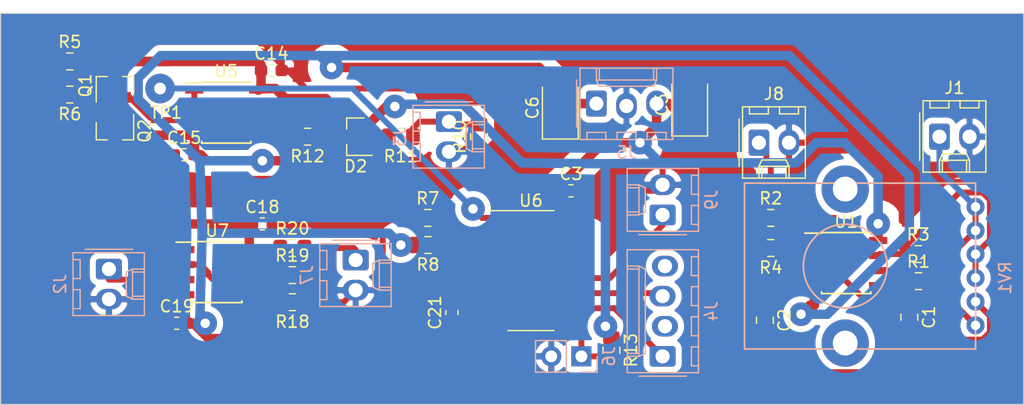
<source format=kicad_pcb>
(kicad_pcb (version 20171130) (host pcbnew "(5.1.5-0-10_14)")
  (layers (0 F.Cu signal) (31 B.Cu signal) (34 B.Paste user) (35 F.Paste user) (36 B.SilkS user) (37 F.SilkS user) (38 B.Mask user) (39 F.Mask user) (44 Edge.Cuts user))
  (net 0 "")
  (net 1 GND)
  (net 2 "Net-(C1-Pad1)")
  (net 3 "Net-(C2-Pad1)")
  (net 4 +5V)
  (net 5 -5V)
  (net 6 /colorburst)
  (net 7 "Net-(D2-Pad3)")
  (net 8 "Net-(J1-Pad1)")
  (net 9 "Net-(J2-Pad1)")
  (net 10 "Net-(J3-Pad1)")
  (net 11 /hsync)
  (net 12 "Net-(J6-Pad1)")
  (net 13 "Net-(Q1-PadB)")
  (net 14 "Net-(Q1-PadE)")
  (net 15 "Net-(R1-Pad1)")
  (net 16 "Net-(R2-Pad2)")
  (net 17 "Net-(R2-Pad1)")
  (net 18 "Net-(R12-Pad2)")
  (net 19 "Net-(R18-Pad2)")
  (net 20 "Net-(R19-Pad1)")
  (net 21 "Net-(U6-Pad14)")
  (net 22 "Net-(U6-Pad4)")
  (net 23 /clipper_out)
  (net 24 /porch)
  (net 25 "Net-(J8-Pad1)")
  (net 26 /synctip)
  (net 27 "Net-(U6-Pad13)")
  (net 28 "Net-(U6-Pad5)")
  (net 29 "Net-(J7-Pad1)")
  (module synkie_footprints:SOT-23_BEC (layer F.Cu) (at 111.4806 92.8784 270)
    (fp_text reference Q2 (at 0 -2.5 90) (layer F.SilkS))
    (fp_text value Trans_PNP_Generic)
    (pad B smd rect (at -1 -0.95 270) (size 0.9 0.8) (layers F.Cu F.Paste F.Mask) (net 1 GND))
    (pad E smd rect (at -1 0.95 270) (size 0.9 0.8) (layers F.Cu F.Paste F.Mask) (net 14 "Net-(Q1-PadE)"))
    (pad C smd rect (at 1 0 270) (size 0.9 0.8) (layers F.Cu F.Paste F.Mask) (net 5 -5V))
  )
  (module synkie_footprints:SOT-23_BEC (layer F.Cu) (at 111.4806 89.0524 90)
    (fp_text reference Q1 (at 0 -2.5 90) (layer F.SilkS))
    (fp_text value Trans_NPN_Generic)
    (pad B smd rect (at -1 -0.95 90) (size 0.9 0.8) (layers F.Cu F.Paste F.Mask) (net 13 "Net-(Q1-PadB)"))
    (pad E smd rect (at -1 0.95 90) (size 0.9 0.8) (layers F.Cu F.Paste F.Mask) (net 14 "Net-(Q1-PadE)"))
    (pad C smd rect (at 1 0 90) (size 0.9 0.8) (layers F.Cu F.Paste F.Mask) (net 4 +5V))
  )
  (module synkie_footprints:SOIC-8_3.9x4.9mm_P1.27mm (layer F.Cu) (at 120.1166 104.8004)
    (fp_text reference U7 (at 0 -3.5) (layer F.SilkS))
    (fp_text value LMH6643)
    (pad 8 smd rect (at 2.7 -1.905) (size 1.55 0.6) (layers F.Cu F.Paste F.Mask) (net 4 +5V))
    (pad 7 smd rect (at 2.7 -0.635) (size 1.55 0.6) (layers F.Cu F.Paste F.Mask) (net 20 "Net-(R19-Pad1)"))
    (pad 6 smd rect (at 2.7 0.635) (size 1.55 0.6) (layers F.Cu F.Paste F.Mask) (net 19 "Net-(R18-Pad2)"))
    (pad 5 smd rect (at 2.7 1.905) (size 1.55 0.6) (layers F.Cu F.Paste F.Mask) (net 22 "Net-(U6-Pad4)"))
    (pad 4 smd rect (at -2.7 1.905) (size 1.55 0.6) (layers F.Cu F.Paste F.Mask) (net 5 -5V))
    (pad 3 smd rect (at -2.7 0.635) (size 1.55 0.6) (layers F.Cu F.Paste F.Mask) (net 9 "Net-(J2-Pad1)"))
    (pad 2 smd rect (at -2.7 -0.635) (size 1.55 0.6) (layers F.Cu F.Paste F.Mask) (net 28 "Net-(U6-Pad5)"))
    (pad 1 smd rect (at -2.7 -1.905) (size 1.55 0.6) (layers F.Cu F.Paste F.Mask) (net 28 "Net-(U6-Pad5)"))
  )
  (module Package_SO:SOIC-16_3.9x9.9mm_P1.27mm (layer F.Cu) (at 146.5976 104.6734)
    (fp_text reference U6 (at 0 -5.9) (layer F.SilkS))
    (fp_text value 4053)
    (pad 16 smd roundrect (at 2.475 -4.445) (size 1.95 0.6) (layers F.Cu F.Paste F.Mask) (net 4 +5V))
    (pad 15 smd roundrect (at 2.475 -3.175) (size 1.95 0.6) (layers F.Cu F.Paste F.Mask) (net 27 "Net-(U6-Pad13)"))
    (pad 14 smd roundrect (at 2.475 -1.905) (size 1.95 0.6) (layers F.Cu F.Paste F.Mask) (net 21 "Net-(U6-Pad14)"))
    (pad 13 smd roundrect (at 2.475 -0.635) (size 1.95 0.6) (layers F.Cu F.Paste F.Mask) (net 27 "Net-(U6-Pad13)"))
    (pad 12 smd roundrect (at 2.475 0.635) (size 1.95 0.6) (layers F.Cu F.Paste F.Mask) (net 6 /colorburst))
    (pad 11 smd roundrect (at 2.475 1.905) (size 1.95 0.6) (layers F.Cu F.Paste F.Mask) (net 24 /porch))
    (pad 10 smd roundrect (at 2.475 3.175) (size 1.95 0.6) (layers F.Cu F.Paste F.Mask) (net 11 /hsync))
    (pad 9 smd roundrect (at 2.475 4.445) (size 1.95 0.6) (layers F.Cu F.Paste F.Mask) (net 12 "Net-(J6-Pad1)"))
    (pad 8 smd roundrect (at -2.475 4.445) (size 1.95 0.6) (layers F.Cu F.Paste F.Mask) (net 1 GND))
    (pad 7 smd roundrect (at -2.475 3.175) (size 1.95 0.6) (layers F.Cu F.Paste F.Mask) (net 5 -5V))
    (pad 6 smd roundrect (at -2.475 1.905) (size 1.95 0.6) (layers F.Cu F.Paste F.Mask) (net 1 GND))
    (pad 5 smd roundrect (at -2.475 0.635) (size 1.95 0.6) (layers F.Cu F.Paste F.Mask) (net 28 "Net-(U6-Pad5)"))
    (pad 4 smd roundrect (at -2.475 -0.635) (size 1.95 0.6) (layers F.Cu F.Paste F.Mask) (net 22 "Net-(U6-Pad4)"))
    (pad 3 smd roundrect (at -2.475 -1.905) (size 1.95 0.6) (layers F.Cu F.Paste F.Mask) (net 21 "Net-(U6-Pad14)"))
    (pad 2 smd roundrect (at -2.475 -3.175) (size 1.95 0.6) (layers F.Cu F.Paste F.Mask) (net 26 /synctip))
    (pad 1 smd roundrect (at -2.475 -4.445) (size 1.95 0.6) (layers F.Cu F.Paste F.Mask) (net 23 /clipper_out))
  )
  (module synkie_footprints:SOIC-8_3.9x4.9mm_P1.27mm (layer F.Cu) (at 120.8786 91.3384)
    (fp_text reference U5 (at 0 -3.5) (layer F.SilkS))
    (fp_text value LMH6643)
    (pad 8 smd rect (at 2.7 -1.905) (size 1.55 0.6) (layers F.Cu F.Paste F.Mask) (net 4 +5V))
    (pad 7 smd rect (at 2.7 -0.635) (size 1.55 0.6) (layers F.Cu F.Paste F.Mask) (net 14 "Net-(Q1-PadE)"))
    (pad 6 smd rect (at 2.7 0.635) (size 1.55 0.6) (layers F.Cu F.Paste F.Mask) (net 14 "Net-(Q1-PadE)"))
    (pad 5 smd rect (at 2.7 1.905) (size 1.55 0.6) (layers F.Cu F.Paste F.Mask) (net 18 "Net-(R12-Pad2)"))
    (pad 4 smd rect (at -2.7 1.905) (size 1.55 0.6) (layers F.Cu F.Paste F.Mask) (net 5 -5V))
    (pad 3 smd rect (at -2.7 0.635) (size 1.55 0.6) (layers F.Cu F.Paste F.Mask) (net 14 "Net-(Q1-PadE)"))
    (pad 2 smd rect (at -2.7 -0.635) (size 1.55 0.6) (layers F.Cu F.Paste F.Mask) (net 23 /clipper_out))
    (pad 1 smd rect (at -2.7 -1.905) (size 1.55 0.6) (layers F.Cu F.Paste F.Mask) (net 23 /clipper_out))
  )
  (module synkie_footprints:SOIC-8_3.9x4.9mm_P1.27mm (layer F.Cu) (at 173.2026 104.0384)
    (fp_text reference U1 (at 0 -3.5) (layer F.SilkS))
    (fp_text value LMH6643)
    (pad 8 smd rect (at 2.7 -1.905) (size 1.55 0.6) (layers F.Cu F.Paste F.Mask) (net 4 +5V))
    (pad 7 smd rect (at 2.7 -0.635) (size 1.55 0.6) (layers F.Cu F.Paste F.Mask) (net 16 "Net-(R2-Pad2)"))
    (pad 6 smd rect (at 2.7 0.635) (size 1.55 0.6) (layers F.Cu F.Paste F.Mask) (net 15 "Net-(R1-Pad1)"))
    (pad 5 smd rect (at 2.7 1.905) (size 1.55 0.6) (layers F.Cu F.Paste F.Mask) (net 2 "Net-(C1-Pad1)"))
    (pad 4 smd rect (at -2.7 1.905) (size 1.55 0.6) (layers F.Cu F.Paste F.Mask) (net 5 -5V))
    (pad 3 smd rect (at -2.7 0.635) (size 1.55 0.6) (layers F.Cu F.Paste F.Mask) (net 3 "Net-(C2-Pad1)"))
    (pad 2 smd rect (at -2.7 -0.635) (size 1.55 0.6) (layers F.Cu F.Paste F.Mask) (net 17 "Net-(R2-Pad1)"))
    (pad 1 smd rect (at -2.7 -1.905) (size 1.55 0.6) (layers F.Cu F.Paste F.Mask) (net 25 "Net-(J8-Pad1)"))
  )
  (module synkie_footprints:Solderpad_1mm (layer F.Cu) (at 115.7986 89.5604)
    (fp_text reference TP1 (at 0 1.778) (layer F.SilkS))
    (fp_text value TestPoint)
    (pad 1 thru_hole circle (at -0.508 -0.254) (size 2.5 2.5) (drill 1) (layers *.Cu *.Mask) (net 23 /clipper_out))
  )
  (module synkie_footprints:RK12L123 (layer B.Cu) (at 184.1246 104.2924 270)
    (fp_text reference RV1 (at 1 -2.5 90) (layer B.SilkS) (effects (justify mirror)))
    (fp_text value R_POT_Dual)
    (pad 9 thru_hole circle (at -6.5 11 270) (size 4 4) (drill 2.1) (layers *.Cu *.Mask))
    (pad 7 thru_hole circle (at 6.5 11 270) (size 4 4) (drill 2.1) (layers *.Cu *.Mask))
    (pad 6 thru_hole circle (at 3 0 270) (size 1.524 1.524) (drill 0.8) (layers *.Cu *.Mask) (net 3 "Net-(C2-Pad1)"))
    (pad 5 thru_hole circle (at 1 0 270) (size 1.524 1.524) (drill 0.8) (layers *.Cu *.Mask) (net 16 "Net-(R2-Pad2)"))
    (pad 4 thru_hole circle (at -1 0 270) (size 1.524 1.524) (drill 0.8) (layers *.Cu *.Mask) (net 16 "Net-(R2-Pad2)"))
    (pad 3 thru_hole circle (at 5 0 270) (size 1.524 1.524) (drill 0.8) (layers *.Cu *.Mask) (net 2 "Net-(C1-Pad1)"))
    (pad 2 thru_hole circle (at -5 0 270) (size 1.524 1.524) (drill 0.8) (layers *.Cu *.Mask) (net 8 "Net-(J1-Pad1)"))
    (pad 1 thru_hole circle (at -3 0 270) (size 1.524 1.524) (drill 0.8) (layers *.Cu *.Mask) (net 8 "Net-(J1-Pad1)"))
  )
  (module synkie_footprints:R_0805_2012Metric_Pad1.15x1.40mm_HandSolder (layer F.Cu) (at 126.4576 102.7684)
    (fp_text reference R20 (at 0 -1.65) (layer F.SilkS))
    (fp_text value 75)
    (pad 2 smd roundrect (at 1.025 0) (size 1.15 1.4) (layers F.Cu F.Paste F.Mask) (roundrect_rratio 0.217391) (net 29 "Net-(J7-Pad1)"))
    (pad 1 smd roundrect (at -1.025 0) (size 1.15 1.4) (layers F.Cu F.Paste F.Mask) (roundrect_rratio 0.217391) (net 20 "Net-(R19-Pad1)"))
  )
  (module synkie_footprints:R_0805_2012Metric_Pad1.15x1.40mm_HandSolder (layer F.Cu) (at 126.4576 105.0544)
    (fp_text reference R19 (at 0 -1.65) (layer F.SilkS))
    (fp_text value 220)
    (pad 2 smd roundrect (at 1.025 0) (size 1.15 1.4) (layers F.Cu F.Paste F.Mask) (roundrect_rratio 0.217391) (net 19 "Net-(R18-Pad2)"))
    (pad 1 smd roundrect (at -1.025 0) (size 1.15 1.4) (layers F.Cu F.Paste F.Mask) (roundrect_rratio 0.217391) (net 20 "Net-(R19-Pad1)"))
  )
  (module synkie_footprints:R_0805_2012Metric_Pad1.15x1.40mm_HandSolder (layer F.Cu) (at 126.4666 107.3404 180)
    (fp_text reference R18 (at 0 -1.65) (layer F.SilkS))
    (fp_text value 220)
    (pad 2 smd roundrect (at 1.025 0 180) (size 1.15 1.4) (layers F.Cu F.Paste F.Mask) (roundrect_rratio 0.217391) (net 19 "Net-(R18-Pad2)"))
    (pad 1 smd roundrect (at -1.025 0 180) (size 1.15 1.4) (layers F.Cu F.Paste F.Mask) (roundrect_rratio 0.217391) (net 1 GND))
  )
  (module synkie_footprints:R_0805_2012Metric_Pad1.15x1.40mm_HandSolder (layer F.Cu) (at 153.3906 111.3954 270)
    (fp_text reference R13 (at 0 -1.65 90) (layer F.SilkS))
    (fp_text value 4k7)
    (pad 2 smd roundrect (at 1.025 0 270) (size 1.15 1.4) (layers F.Cu F.Paste F.Mask) (roundrect_rratio 0.217391) (net 12 "Net-(J6-Pad1)"))
    (pad 1 smd roundrect (at -1.025 0 270) (size 1.15 1.4) (layers F.Cu F.Paste F.Mask) (roundrect_rratio 0.217391) (net 4 +5V))
  )
  (module synkie_footprints:R_0805_2012Metric_Pad1.15x1.40mm_HandSolder (layer F.Cu) (at 127.7366 93.3704 180)
    (fp_text reference R12 (at 0 -1.65) (layer F.SilkS))
    (fp_text value 75)
    (pad 2 smd roundrect (at 1.025 0 180) (size 1.15 1.4) (layers F.Cu F.Paste F.Mask) (roundrect_rratio 0.217391) (net 18 "Net-(R12-Pad2)"))
    (pad 1 smd roundrect (at -1.025 0 180) (size 1.15 1.4) (layers F.Cu F.Paste F.Mask) (roundrect_rratio 0.217391) (net 7 "Net-(D2-Pad3)"))
  )
  (module synkie_footprints:R_0805_2012Metric_Pad1.15x1.40mm_HandSolder (layer F.Cu) (at 135.6106 93.3704 180)
    (fp_text reference R11 (at 0 -1.65) (layer F.SilkS))
    (fp_text value 75)
    (pad 2 smd roundrect (at 1.025 0 180) (size 1.15 1.4) (layers F.Cu F.Paste F.Mask) (roundrect_rratio 0.217391) (net 7 "Net-(D2-Pad3)"))
    (pad 1 smd roundrect (at -1.025 0 180) (size 1.15 1.4) (layers F.Cu F.Paste F.Mask) (roundrect_rratio 0.217391) (net 10 "Net-(J3-Pad1)"))
  )
  (module synkie_footprints:R_0805_2012Metric_Pad1.15x1.40mm_HandSolder (layer F.Cu) (at 142.2146 93.3704 90)
    (fp_text reference R10 (at 0 -1.65 90) (layer F.SilkS))
    (fp_text value 47k)
    (pad 2 smd roundrect (at 1.025 0 90) (size 1.15 1.4) (layers F.Cu F.Paste F.Mask) (roundrect_rratio 0.217391) (net 10 "Net-(J3-Pad1)"))
    (pad 1 smd roundrect (at -1.025 0 90) (size 1.15 1.4) (layers F.Cu F.Paste F.Mask) (roundrect_rratio 0.217391) (net 1 GND))
  )
  (module synkie_footprints:R_0805_2012Metric_Pad1.15x1.40mm_HandSolder (layer F.Cu) (at 137.9056 102.5144 180)
    (fp_text reference R8 (at 0 -1.65) (layer F.SilkS))
    (fp_text value 4k7)
    (pad 2 smd roundrect (at 1.025 0 180) (size 1.15 1.4) (layers F.Cu F.Paste F.Mask) (roundrect_rratio 0.217391) (net 5 -5V))
    (pad 1 smd roundrect (at -1.025 0 180) (size 1.15 1.4) (layers F.Cu F.Paste F.Mask) (roundrect_rratio 0.217391) (net 26 /synctip))
  )
  (module synkie_footprints:R_0805_2012Metric_Pad1.15x1.40mm_HandSolder (layer F.Cu) (at 137.8876 100.2284)
    (fp_text reference R7 (at 0 -1.65) (layer F.SilkS))
    (fp_text value 300)
    (pad 2 smd roundrect (at 1.025 0) (size 1.15 1.4) (layers F.Cu F.Paste F.Mask) (roundrect_rratio 0.217391) (net 26 /synctip))
    (pad 1 smd roundrect (at -1.025 0) (size 1.15 1.4) (layers F.Cu F.Paste F.Mask) (roundrect_rratio 0.217391) (net 1 GND))
  )
  (module synkie_footprints:R_0805_2012Metric_Pad1.15x1.40mm_HandSolder (layer F.Cu) (at 107.6706 89.8144 180)
    (fp_text reference R6 (at 0 -1.65) (layer F.SilkS))
    (fp_text value 150)
    (pad 2 smd roundrect (at 1.025 0 180) (size 1.15 1.4) (layers F.Cu F.Paste F.Mask) (roundrect_rratio 0.217391) (net 1 GND))
    (pad 1 smd roundrect (at -1.025 0 180) (size 1.15 1.4) (layers F.Cu F.Paste F.Mask) (roundrect_rratio 0.217391) (net 13 "Net-(Q1-PadB)"))
  )
  (module synkie_footprints:R_0805_2012Metric_Pad1.15x1.40mm_HandSolder (layer F.Cu) (at 107.6706 87.0204)
    (fp_text reference R5 (at 0 -1.65) (layer F.SilkS))
    (fp_text value 1k)
    (pad 2 smd roundrect (at 1.025 0) (size 1.15 1.4) (layers F.Cu F.Paste F.Mask) (roundrect_rratio 0.217391) (net 13 "Net-(Q1-PadB)"))
    (pad 1 smd roundrect (at -1.025 0) (size 1.15 1.4) (layers F.Cu F.Paste F.Mask) (roundrect_rratio 0.217391) (net 4 +5V))
  )
  (module synkie_footprints:R_0805_2012Metric_Pad1.15x1.40mm_HandSolder (layer F.Cu) (at 166.8436 102.7684 180)
    (fp_text reference R4 (at 0 -1.65) (layer F.SilkS))
    (fp_text value 220)
    (pad 2 smd roundrect (at 1.025 0 180) (size 1.15 1.4) (layers F.Cu F.Paste F.Mask) (roundrect_rratio 0.217391) (net 17 "Net-(R2-Pad1)"))
    (pad 1 smd roundrect (at -1.025 0 180) (size 1.15 1.4) (layers F.Cu F.Paste F.Mask) (roundrect_rratio 0.217391) (net 25 "Net-(J8-Pad1)"))
  )
  (module synkie_footprints:R_0805_2012Metric_Pad1.15x1.40mm_HandSolder (layer F.Cu) (at 179.2896 103.2764)
    (fp_text reference R3 (at 0 -1.65) (layer F.SilkS))
    (fp_text value 220)
    (pad 2 smd roundrect (at 1.025 0) (size 1.15 1.4) (layers F.Cu F.Paste F.Mask) (roundrect_rratio 0.217391) (net 15 "Net-(R1-Pad1)"))
    (pad 1 smd roundrect (at -1.025 0) (size 1.15 1.4) (layers F.Cu F.Paste F.Mask) (roundrect_rratio 0.217391) (net 16 "Net-(R2-Pad2)"))
  )
  (module synkie_footprints:R_0805_2012Metric_Pad1.15x1.40mm_HandSolder (layer F.Cu) (at 166.8436 100.2284)
    (fp_text reference R2 (at 0 -1.65) (layer F.SilkS))
    (fp_text value 220)
    (pad 2 smd roundrect (at 1.025 0) (size 1.15 1.4) (layers F.Cu F.Paste F.Mask) (roundrect_rratio 0.217391) (net 16 "Net-(R2-Pad2)"))
    (pad 1 smd roundrect (at -1.025 0) (size 1.15 1.4) (layers F.Cu F.Paste F.Mask) (roundrect_rratio 0.217391) (net 17 "Net-(R2-Pad1)"))
  )
  (module synkie_footprints:R_0805_2012Metric_Pad1.15x1.40mm_HandSolder (layer F.Cu) (at 179.3076 105.5624)
    (fp_text reference R1 (at 0 -1.65) (layer F.SilkS))
    (fp_text value 220)
    (pad 2 smd roundrect (at 1.025 0) (size 1.15 1.4) (layers F.Cu F.Paste F.Mask) (roundrect_rratio 0.217391) (net 8 "Net-(J1-Pad1)"))
    (pad 1 smd roundrect (at -1.025 0) (size 1.15 1.4) (layers F.Cu F.Paste F.Mask) (roundrect_rratio 0.217391) (net 15 "Net-(R1-Pad1)"))
  )
  (module synkie_footprints:Molex_KK-254_AE-6410-02A_1x02_P2.54mm_Vertical (layer B.Cu) (at 157.7086 99.9744 90)
    (fp_text reference J9 (at 1.27 4.12 90) (layer B.SilkS) (effects (justify mirror)))
    (fp_text value Colorburst)
    (pad 2 thru_hole oval (at 2.54 0 90) (size 1.74 2.2) (drill 1.2) (layers *.Cu *.Mask) (net 1 GND))
    (pad 1 thru_hole roundrect (at 0 0 90) (size 1.74 2.2) (drill 1.2) (layers *.Cu *.Mask) (roundrect_rratio 0.143678) (net 6 /colorburst))
  )
  (module synkie_footprints:Molex_KK-254_AE-6410-02A_1x02_P2.54mm_Vertical (layer F.Cu) (at 165.8366 93.8784)
    (fp_text reference J8 (at 1.27 -4.12) (layer F.SilkS))
    (fp_text value BURST_DELAYED)
    (pad 2 thru_hole oval (at 2.54 0) (size 1.74 2.2) (drill 1.2) (layers *.Cu *.Mask) (net 1 GND))
    (pad 1 thru_hole roundrect (at 0 0) (size 1.74 2.2) (drill 1.2) (layers *.Cu *.Mask) (roundrect_rratio 0.143678) (net 25 "Net-(J8-Pad1)"))
  )
  (module synkie_footprints:Molex_KK-254_AE-6410-02A_1x02_P2.54mm_Vertical (layer B.Cu) (at 131.8006 103.7844 270)
    (fp_text reference J7 (at 1.27 4.12 90) (layer B.SilkS) (effects (justify mirror)))
    (fp_text value VIDEO_OUT)
    (pad 2 thru_hole oval (at 2.54 0 270) (size 1.74 2.2) (drill 1.2) (layers *.Cu *.Mask) (net 1 GND))
    (pad 1 thru_hole roundrect (at 0 0 270) (size 1.74 2.2) (drill 1.2) (layers *.Cu *.Mask) (roundrect_rratio 0.143678) (net 29 "Net-(J7-Pad1)"))
  )
  (module synkie_footprints:PinHeader_1x02_P2.54mm_Vertical (layer B.Cu) (at 150.8506 111.9124 90)
    (fp_text reference J6 (at 0 2.33 90) (layer B.SilkS) (effects (justify mirror)))
    (fp_text value Switch)
    (pad 2 thru_hole oval (at 0 -2.54 90) (size 1.7 1.7) (drill 1) (layers *.Cu *.Mask) (net 1 GND))
    (pad 1 thru_hole rect (at 0 0 90) (size 1.7 1.7) (drill 1) (layers *.Cu *.Mask) (net 12 "Net-(J6-Pad1)"))
  )
  (module synkie_footprints:Molex_KK-254_AE-6410-03A_1x03_P2.54mm_Vertical (layer B.Cu) (at 152.1206 90.5764)
    (fp_text reference J5 (at 2.54 4.12) (layer B.SilkS) (effects (justify mirror)))
    (fp_text value Conn_01x03)
    (pad 3 thru_hole oval (at 5.08 0) (size 1.74 2.2) (drill 1.2) (layers *.Cu *.Mask) (net 4 +5V))
    (pad 2 thru_hole oval (at 2.54 0.2) (size 1.74 2.2) (drill 1.2) (layers *.Cu *.Mask) (net 1 GND))
    (pad 1 thru_hole roundrect (at 0 0) (size 1.74 2.2) (drill 1.2) (layers *.Cu *.Mask) (roundrect_rratio 0.143678) (net 5 -5V))
  )
  (module synkie_footprints:Molex_KK-254_AE-6410-04A_1x04_P2.54mm_Vertical (layer B.Cu) (at 157.7086 111.9124 90)
    (fp_text reference J4 (at 3.81 4.12 90) (layer B.SilkS) (effects (justify mirror)))
    (fp_text value Conn_01x04)
    (pad 1 thru_hole roundrect (at 0 0 90) (size 1.74 2.2) (drill 1.2) (layers *.Cu *.Mask) (roundrect_rratio 0.143678) (net 11 /hsync))
    (pad 2 thru_hole oval (at 2.54 0.2 90) (size 1.74 2.2) (drill 1.2) (layers *.Cu *.Mask))
    (pad 3 thru_hole oval (at 5.08 0 90) (size 1.74 2.2) (drill 1.2) (layers *.Cu *.Mask) (net 24 /porch))
    (pad 4 thru_hole oval (at 7.62 0.2 90) (size 1.74 2.2) (drill 1.2) (layers *.Cu *.Mask))
  )
  (module synkie_footprints:Molex_KK-254_AE-6410-02A_1x02_P2.54mm_Vertical (layer B.Cu) (at 139.6746 92.1004 270)
    (fp_text reference J3 (at 1.27 4.12 90) (layer B.SilkS) (effects (justify mirror)))
    (fp_text value SIFF_IN)
    (pad 2 thru_hole oval (at 2.54 0 270) (size 1.74 2.2) (drill 1.2) (layers *.Cu *.Mask) (net 1 GND))
    (pad 1 thru_hole roundrect (at 0 0 270) (size 1.74 2.2) (drill 1.2) (layers *.Cu *.Mask) (roundrect_rratio 0.143678) (net 10 "Net-(J3-Pad1)"))
  )
  (module synkie_footprints:Molex_KK-254_AE-6410-02A_1x02_P2.54mm_Vertical (layer B.Cu) (at 110.9726 104.5464 270)
    (fp_text reference J2 (at 1.27 4.12 90) (layer B.SilkS) (effects (justify mirror)))
    (fp_text value GENLOCK)
    (pad 2 thru_hole oval (at 2.54 0 270) (size 1.74 2.2) (drill 1.2) (layers *.Cu *.Mask) (net 1 GND))
    (pad 1 thru_hole roundrect (at 0 0 270) (size 1.74 2.2) (drill 1.2) (layers *.Cu *.Mask) (roundrect_rratio 0.143678) (net 9 "Net-(J2-Pad1)"))
  )
  (module synkie_footprints:Molex_KK-254_AE-6410-02A_1x02_P2.54mm_Vertical (layer F.Cu) (at 181.0766 93.3704)
    (fp_text reference J1 (at 1.27 -4.12) (layer F.SilkS))
    (fp_text value BURST_IN)
    (pad 2 thru_hole oval (at 2.54 0) (size 1.74 2.2) (drill 1.2) (layers *.Cu *.Mask) (net 1 GND))
    (pad 1 thru_hole roundrect (at 0 0) (size 1.74 2.2) (drill 1.2) (layers *.Cu *.Mask) (roundrect_rratio 0.143678) (net 8 "Net-(J1-Pad1)"))
  )
  (module Package_TO_SOT_SMD:SOT-23 (layer F.Cu) (at 131.8006 93.3704 180)
    (fp_text reference D2 (at 0 -2.5) (layer F.SilkS))
    (fp_text value BAT54S)
    (pad 3 smd rect (at 1 0 180) (size 0.9 0.8) (layers F.Cu F.Paste F.Mask) (net 7 "Net-(D2-Pad3)"))
    (pad 2 smd rect (at -1 0.95 180) (size 0.9 0.8) (layers F.Cu F.Paste F.Mask) (net 4 +5V))
    (pad 1 smd rect (at -1 -0.95 180) (size 0.9 0.8) (layers F.Cu F.Paste F.Mask) (net 5 -5V))
  )
  (module synkie_footprints:C_0603_1608Metric_Pad1.05x0.95mm_HandSolder (layer F.Cu) (at 139.9286 108.2154 90)
    (fp_text reference C21 (at 0 -1.43 90) (layer F.SilkS))
    (fp_text value 100n)
    (pad 2 smd roundrect (at 0.875 0 90) (size 1.05 0.95) (layers F.Cu F.Paste F.Mask) (net 5 -5V))
    (pad 1 smd roundrect (at -0.875 0 90) (size 1.05 0.95) (layers F.Cu F.Paste F.Mask) (net 1 GND))
  )
  (module synkie_footprints:C_0603_1608Metric_Pad1.05x0.95mm_HandSolder (layer F.Cu) (at 116.7016 109.1184)
    (fp_text reference C19 (at 0 -1.43) (layer F.SilkS))
    (fp_text value 100n)
    (pad 2 smd roundrect (at 0.875 0) (size 1.05 0.95) (layers F.Cu F.Paste F.Mask) (net 5 -5V))
    (pad 1 smd roundrect (at -0.875 0) (size 1.05 0.95) (layers F.Cu F.Paste F.Mask) (net 1 GND))
  )
  (module synkie_footprints:C_0603_1608Metric_Pad1.05x0.95mm_HandSolder (layer F.Cu) (at 123.9266 100.7364)
    (fp_text reference C18 (at 0 -1.43) (layer F.SilkS))
    (fp_text value 100n)
    (pad 2 smd roundrect (at 0.875 0) (size 1.05 0.95) (layers F.Cu F.Paste F.Mask) (net 1 GND))
    (pad 1 smd roundrect (at -0.875 0) (size 1.05 0.95) (layers F.Cu F.Paste F.Mask) (net 4 +5V))
  )
  (module synkie_footprints:C_0603_1608Metric_Pad1.05x0.95mm_HandSolder (layer F.Cu) (at 117.3226 94.8944)
    (fp_text reference C15 (at 0 -1.43) (layer F.SilkS))
    (fp_text value 100n)
    (pad 2 smd roundrect (at 0.875 0) (size 1.05 0.95) (layers F.Cu F.Paste F.Mask) (net 5 -5V))
    (pad 1 smd roundrect (at -0.875 0) (size 1.05 0.95) (layers F.Cu F.Paste F.Mask) (net 1 GND))
  )
  (module synkie_footprints:C_0603_1608Metric_Pad1.05x0.95mm_HandSolder (layer F.Cu) (at 124.6886 87.7824)
    (fp_text reference C14 (at 0 -1.43) (layer F.SilkS))
    (fp_text value 100n)
    (pad 2 smd roundrect (at 0.875 0) (size 1.05 0.95) (layers F.Cu F.Paste F.Mask) (net 1 GND))
    (pad 1 smd roundrect (at -0.875 0) (size 1.05 0.95) (layers F.Cu F.Paste F.Mask) (net 4 +5V))
  )
  (module synkie_footprints:CP_EIA-3528-21_Kemet-B_Pad1.50x2.35mm_HandSolder (layer F.Cu) (at 149.0726 90.9314 90)
    (fp_text reference C6 (at 0 -2.35 90) (layer F.SilkS))
    (fp_text value 10u)
    (pad 2 smd roundrect (at 1.625 0 90) (size 1.5 2.35) (layers F.Cu F.Paste F.Mask) (roundrect_rratio 0.166667) (net 5 -5V))
    (pad 1 smd roundrect (at -1.625 0 90) (size 1.5 2.35) (layers F.Cu F.Paste F.Mask) (roundrect_rratio 0.166667) (net 1 GND))
  )
  (module synkie_footprints:CP_EIA-3528-21_Kemet-B_Pad1.50x2.35mm_HandSolder (layer F.Cu) (at 159.9946 90.6774 90)
    (fp_text reference C5 (at 0 -2.35 90) (layer F.SilkS))
    (fp_text value 10u)
    (pad 2 smd roundrect (at 1.625 0 90) (size 1.5 2.35) (layers F.Cu F.Paste F.Mask) (roundrect_rratio 0.166667) (net 1 GND))
    (pad 1 smd roundrect (at -1.625 0 90) (size 1.5 2.35) (layers F.Cu F.Paste F.Mask) (roundrect_rratio 0.166667) (net 4 +5V))
  )
  (module synkie_footprints:C_0603_1608Metric_Pad1.05x0.95mm_HandSolder (layer F.Cu) (at 149.9756 97.9424)
    (fp_text reference C3 (at 0 -1.43) (layer F.SilkS))
    (fp_text value 100n)
    (pad 2 smd roundrect (at 0.875 0) (size 1.05 0.95) (layers F.Cu F.Paste F.Mask) (net 1 GND))
    (pad 1 smd roundrect (at -0.875 0) (size 1.05 0.95) (layers F.Cu F.Paste F.Mask) (net 4 +5V))
  )
  (module synkie_footprints:C_0805_2012Metric_Pad1.15x1.40mm_HandSolder (layer F.Cu) (at 166.3446 108.8644 270)
    (fp_text reference C2 (at 0 -1.65 90) (layer F.SilkS))
    (fp_text value 10p)
    (pad 2 smd roundrect (at 1.025 0 270) (size 1.15 1.4) (layers F.Cu F.Paste F.Mask) (roundrect_rratio 0.217391) (net 1 GND))
    (pad 1 smd roundrect (at -1.025 0 270) (size 1.15 1.4) (layers F.Cu F.Paste F.Mask) (roundrect_rratio 0.217391) (net 3 "Net-(C2-Pad1)"))
  )
  (module synkie_footprints:C_0805_2012Metric_Pad1.15x1.40mm_HandSolder (layer F.Cu) (at 178.5366 108.6104 270)
    (fp_text reference C1 (at 0 -1.65 90) (layer F.SilkS))
    (fp_text value 10p)
    (pad 2 smd roundrect (at 1.025 0 270) (size 1.15 1.4) (layers F.Cu F.Paste F.Mask) (roundrect_rratio 0.217391) (net 1 GND))
    (pad 1 smd roundrect (at -1.025 0 270) (size 1.15 1.4) (layers F.Cu F.Paste F.Mask) (roundrect_rratio 0.217391) (net 2 "Net-(C1-Pad1)"))
  )
  (gr_line (start 188.1886 82.9564) (end 188.1886 115.9764) (layer Edge.Cuts) (width 0.1))
  (gr_line (start 101.8286 82.9564) (end 188.1886 82.9564) (layer Edge.Cuts) (width 0.1))
  (gr_line (start 101.8286 115.9764) (end 101.8286 82.9564) (layer Edge.Cuts) (width 0.1))
  (gr_line (start 188.1886 115.9764) (end 101.8286 115.9764) (layer Edge.Cuts) (width 0.1))
  (segment (start 111.310599 92.778401) (end 112.2106 91.8784) (width 0.5) (layer F.Cu) (net 1))
  (segment (start 112.2106 91.8784) (end 112.4306 91.8784) (width 0.5) (layer F.Cu) (net 1))
  (segment (start 106.6456 90.5674) (end 108.856601 92.778401) (width 0.5) (layer F.Cu) (net 1))
  (segment (start 106.6456 89.8144) (end 106.6456 90.5674) (width 0.5) (layer F.Cu) (net 1))
  (segment (start 116.4476 94.8944) (end 109.4486 94.8944) (width 0.5) (layer F.Cu) (net 1))
  (segment (start 109.4486 94.8944) (end 109.4486 92.8624) (width 0.5) (layer F.Cu) (net 1))
  (segment (start 109.4486 92.8624) (end 111.310599 92.778401) (width 0.5) (layer F.Cu) (net 1))
  (segment (start 108.856601 92.778401) (end 109.4486 92.8624) (width 0.5) (layer F.Cu) (net 1))
  (segment (start 139.9196 94.3954) (end 139.6746 94.6404) (width 0.5) (layer F.Cu) (net 1))
  (segment (start 142.2146 94.3954) (end 139.9196 94.3954) (width 0.5) (layer F.Cu) (net 1))
  (segment (start 138.7586 96.9264) (end 139.6746 96.0104) (width 0.5) (layer F.Cu) (net 1))
  (segment (start 116.4476 95.3694) (end 118.0046 96.9264) (width 0.5) (layer F.Cu) (net 1))
  (segment (start 139.6746 96.0104) (end 139.6746 94.6404) (width 0.5) (layer F.Cu) (net 1))
  (segment (start 116.4476 94.8944) (end 116.4476 95.3694) (width 0.5) (layer F.Cu) (net 1))
  (segment (start 166.3446 109.8894) (end 166.3446 111.6584) (width 0.5) (layer F.Cu) (net 1))
  (segment (start 167.928601 113.242401) (end 178.222599 113.242401) (width 0.5) (layer F.Cu) (net 1))
  (segment (start 166.3446 111.6584) (end 167.928601 113.242401) (width 0.5) (layer F.Cu) (net 1))
  (segment (start 178.5366 112.9284) (end 178.5366 109.6354) (width 0.5) (layer F.Cu) (net 1))
  (segment (start 178.222599 113.242401) (end 178.5366 112.9284) (width 0.5) (layer F.Cu) (net 1))
  (segment (start 177.8876 98.929398) (end 179.636598 97.1804) (width 0.5) (layer F.Cu) (net 1))
  (segment (start 177.8876 100.4824) (end 177.8876 98.929398) (width 0.5) (layer F.Cu) (net 1))
  (segment (start 182.958324 113.242401) (end 178.222599 113.242401) (width 0.5) (layer F.Cu) (net 1))
  (segment (start 186.036611 110.164114) (end 182.958324 113.242401) (width 0.5) (layer F.Cu) (net 1))
  (segment (start 186.036611 98.420686) (end 186.036611 110.164114) (width 0.5) (layer F.Cu) (net 1))
  (segment (start 184.796324 97.1804) (end 186.036611 98.420686) (width 0.5) (layer F.Cu) (net 1))
  (segment (start 176.334598 93.8784) (end 179.636598 97.1804) (width 0.5) (layer F.Cu) (net 1))
  (segment (start 168.3766 93.8784) (end 176.334598 93.8784) (width 0.5) (layer F.Cu) (net 1))
  (segment (start 183.6166 93.3704) (end 183.6166 94.9704) (width 0.5) (layer F.Cu) (net 1))
  (segment (start 183.6166 97.1804) (end 184.796324 97.1804) (width 0.5) (layer F.Cu) (net 1))
  (segment (start 183.6166 94.9704) (end 183.6166 97.1804) (width 0.5) (layer F.Cu) (net 1))
  (segment (start 179.636598 97.1804) (end 183.6166 97.1804) (width 0.5) (layer F.Cu) (net 1))
  (segment (start 130.7846 107.3404) (end 131.8006 106.3244) (width 0.5) (layer F.Cu) (net 1))
  (segment (start 127.4916 107.3404) (end 130.7846 107.3404) (width 0.5) (layer F.Cu) (net 1))
  (segment (start 124.8016 100.7364) (end 133.3246 100.7364) (width 0.5) (layer F.Cu) (net 1))
  (segment (start 134.0866 105.6384) (end 133.4006 106.3244) (width 0.5) (layer F.Cu) (net 1))
  (segment (start 133.4006 106.3244) (end 131.8006 106.3244) (width 0.5) (layer F.Cu) (net 1))
  (segment (start 134.0866 101.4984) (end 134.0866 105.6384) (width 0.5) (layer F.Cu) (net 1))
  (segment (start 115.3016 109.1184) (end 115.8266 109.1184) (width 0.5) (layer F.Cu) (net 1))
  (segment (start 111.6346 109.1184) (end 115.3016 109.1184) (width 0.5) (layer F.Cu) (net 1))
  (segment (start 110.9726 108.4564) (end 111.6346 109.1184) (width 0.5) (layer F.Cu) (net 1))
  (segment (start 110.9726 107.0864) (end 110.9726 108.4564) (width 0.5) (layer F.Cu) (net 1))
  (segment (start 134.0866 100.2284) (end 133.3246 100.9904) (width 0.5) (layer F.Cu) (net 1))
  (segment (start 136.8626 100.2284) (end 134.0866 100.2284) (width 0.5) (layer F.Cu) (net 1))
  (segment (start 133.3246 100.9904) (end 134.0866 101.4984) (width 0.5) (layer F.Cu) (net 1))
  (segment (start 133.3246 100.7364) (end 133.3246 100.9904) (width 0.5) (layer F.Cu) (net 1))
  (segment (start 144.1226 106.5784) (end 146.2786 106.5784) (width 0.5) (layer F.Cu) (net 1))
  (segment (start 146.2786 106.5784) (end 146.2786 108.8644) (width 0.5) (layer F.Cu) (net 1))
  (segment (start 146.0246 109.1184) (end 144.1226 109.1184) (width 0.5) (layer F.Cu) (net 1))
  (segment (start 146.2786 108.8644) (end 146.0246 109.1184) (width 0.5) (layer F.Cu) (net 1))
  (segment (start 144.0946 109.0904) (end 144.1226 109.1184) (width 0.5) (layer F.Cu) (net 1))
  (segment (start 139.9286 109.0904) (end 144.0946 109.0904) (width 0.5) (layer F.Cu) (net 1))
  (segment (start 146.9166 111.9124) (end 144.1226 109.1184) (width 0.5) (layer F.Cu) (net 1))
  (segment (start 148.3106 111.9124) (end 146.9166 111.9124) (width 0.5) (layer F.Cu) (net 1))
  (segment (start 142.9146 94.3954) (end 142.2146 94.3954) (width 0.5) (layer F.Cu) (net 1))
  (segment (start 141.7066 89.3064) (end 143.7386 91.3384) (width 0.5) (layer F.Cu) (net 1))
  (segment (start 127.6126 89.3064) (end 141.7066 89.3064) (width 0.5) (layer F.Cu) (net 1))
  (segment (start 126.0886 87.7824) (end 127.6126 89.3064) (width 0.5) (layer F.Cu) (net 1))
  (segment (start 143.7386 93.5714) (end 142.9146 94.3954) (width 0.5) (layer F.Cu) (net 1))
  (segment (start 125.5636 87.7824) (end 126.0886 87.7824) (width 0.5) (layer F.Cu) (net 1))
  (segment (start 118.1456 111.9124) (end 147.108519 111.9124) (width 0.5) (layer F.Cu) (net 1))
  (segment (start 147.108519 111.9124) (end 148.3106 111.9124) (width 0.5) (layer F.Cu) (net 1))
  (segment (start 115.8266 109.5934) (end 118.1456 111.9124) (width 0.5) (layer F.Cu) (net 1))
  (segment (start 115.8266 109.1184) (end 115.8266 109.5934) (width 0.5) (layer F.Cu) (net 1))
  (segment (start 157.2006 97.9424) (end 157.7086 97.4344) (width 0.5) (layer F.Cu) (net 1))
  (segment (start 150.8506 97.9424) (end 157.2006 97.9424) (width 0.5) (layer F.Cu) (net 1))
  (segment (start 168.3766 92.2784) (end 168.3766 93.8784) (width 0.5) (layer F.Cu) (net 1))
  (segment (start 165.1506 89.0524) (end 168.3766 92.2784) (width 0.5) (layer F.Cu) (net 1))
  (segment (start 159.9946 89.0524) (end 165.1506 89.0524) (width 0.5) (layer F.Cu) (net 1))
  (segment (start 159.2446 88.3024) (end 159.9946 89.0524) (width 0.5) (layer F.Cu) (net 1))
  (segment (start 155.5346 88.3024) (end 159.2446 88.3024) (width 0.5) (layer F.Cu) (net 1))
  (segment (start 154.6606 89.1764) (end 155.5346 88.3024) (width 0.5) (layer F.Cu) (net 1))
  (segment (start 154.6606 90.7764) (end 154.6606 89.1764) (width 0.5) (layer F.Cu) (net 1))
  (segment (start 154.6606 92.3764) (end 154.6606 90.7764) (width 0.5) (layer F.Cu) (net 1))
  (segment (start 154.4806 92.5564) (end 154.6606 92.3764) (width 0.5) (layer F.Cu) (net 1))
  (segment (start 149.0726 92.5564) (end 154.4806 92.5564) (width 0.5) (layer F.Cu) (net 1))
  (segment (start 144.0446 92.5564) (end 149.0726 92.5564) (width 0.5) (layer F.Cu) (net 1))
  (segment (start 143.7386 91.3384) (end 143.7386 92.8624) (width 0.5) (layer F.Cu) (net 1))
  (segment (start 143.7386 92.8624) (end 144.0446 92.5564) (width 0.5) (layer F.Cu) (net 1))
  (segment (start 143.7386 92.8624) (end 143.7386 93.5714) (width 0.5) (layer F.Cu) (net 1))
  (segment (start 136.8626 97.1624) (end 136.6266 96.9264) (width 0.5) (layer F.Cu) (net 1))
  (segment (start 136.8626 100.2284) (end 136.8626 97.1624) (width 0.5) (layer F.Cu) (net 1))
  (segment (start 136.6266 96.9264) (end 138.7586 96.9264) (width 0.5) (layer F.Cu) (net 1))
  (segment (start 118.0046 96.9264) (end 136.6266 96.9264) (width 0.5) (layer F.Cu) (net 1))
  (segment (start 109.3726 107.0864) (end 110.9726 107.0864) (width 0.5) (layer F.Cu) (net 1))
  (segment (start 102.9081 100.6219) (end 109.3726 107.0864) (width 0.5) (layer F.Cu) (net 1))
  (segment (start 102.9081 86.1949) (end 102.9081 100.6219) (width 0.5) (layer F.Cu) (net 1))
  (segment (start 125.5636 87.3074) (end 121.7206 83.4644) (width 0.5) (layer F.Cu) (net 1))
  (segment (start 121.7206 83.4644) (end 105.6386 83.4644) (width 0.5) (layer F.Cu) (net 1))
  (segment (start 105.6386 83.4644) (end 102.9081 86.1949) (width 0.5) (layer F.Cu) (net 1))
  (segment (start 125.5636 87.7824) (end 125.5636 87.3074) (width 0.5) (layer F.Cu) (net 1))
  (segment (start 165.6446 109.8894) (end 166.3446 109.8894) (width 0.5) (layer F.Cu) (net 1))
  (segment (start 163.0426 107.2874) (end 165.6446 109.8894) (width 0.5) (layer F.Cu) (net 1))
  (segment (start 163.0426 102.8954) (end 163.0426 107.2874) (width 0.5) (layer F.Cu) (net 1))
  (segment (start 163.1061 100.7999) (end 163.1061 102.8319) (width 0.5) (layer F.Cu) (net 1))
  (segment (start 159.7406 97.4344) (end 163.1061 100.7999) (width 0.5) (layer F.Cu) (net 1))
  (segment (start 163.1061 102.8319) (end 163.0426 102.8954) (width 0.5) (layer F.Cu) (net 1))
  (segment (start 157.7086 97.4344) (end 159.7406 97.4344) (width 0.5) (layer F.Cu) (net 1))
  (segment (start 175.9966 106.0374) (end 175.9026 105.9434) (width 0.5) (layer F.Cu) (net 2))
  (segment (start 177.8366 107.5854) (end 176.2886 106.0374) (width 0.5) (layer F.Cu) (net 2))
  (segment (start 176.2886 106.0374) (end 175.9966 106.0374) (width 0.5) (layer F.Cu) (net 2))
  (segment (start 178.5366 107.5854) (end 177.8366 107.5854) (width 0.5) (layer F.Cu) (net 2))
  (segment (start 182.4176 107.5854) (end 184.1246 109.2924) (width 0.5) (layer F.Cu) (net 2))
  (segment (start 178.5366 107.5854) (end 182.4176 107.5854) (width 0.5) (layer F.Cu) (net 2))
  (segment (start 166.3446 106.8324) (end 166.3446 107.8394) (width 0.5) (layer F.Cu) (net 3))
  (segment (start 168.5036 104.6734) (end 166.3446 106.8324) (width 0.5) (layer F.Cu) (net 3))
  (segment (start 170.5026 104.6734) (end 168.5036 104.6734) (width 0.5) (layer F.Cu) (net 3))
  (segment (start 179.276566 108.6104) (end 176.2506 108.6104) (width 0.5) (layer F.Cu) (net 3))
  (segment (start 184.706361 110.504401) (end 181.170567 110.504401) (width 0.5) (layer F.Cu) (net 3))
  (segment (start 185.336601 108.504401) (end 185.336601 109.874161) (width 0.5) (layer F.Cu) (net 3))
  (segment (start 181.170567 110.504401) (end 179.276566 108.6104) (width 0.5) (layer F.Cu) (net 3))
  (segment (start 185.336601 109.874161) (end 184.706361 110.504401) (width 0.5) (layer F.Cu) (net 3))
  (segment (start 184.1246 107.2924) (end 185.336601 108.504401) (width 0.5) (layer F.Cu) (net 3))
  (segment (start 172.3136 104.6734) (end 170.5026 104.6734) (width 0.5) (layer F.Cu) (net 3))
  (segment (start 176.2506 108.6104) (end 172.3136 104.6734) (width 0.5) (layer F.Cu) (net 3))
  (segment (start 123.8136 89.1984) (end 123.5786 89.4334) (width 0.8) (layer F.Cu) (net 4))
  (segment (start 123.8136 87.7824) (end 123.8136 89.1984) (width 0.8) (layer F.Cu) (net 4))
  (segment (start 175.9026 100.7174) (end 176.1376 100.4824) (width 0.8) (layer F.Cu) (net 4))
  (segment (start 175.9026 102.1334) (end 175.9026 100.7174) (width 0.8) (layer F.Cu) (net 4))
  (segment (start 122.8166 100.9714) (end 123.0516 100.7364) (width 0.8) (layer F.Cu) (net 4))
  (segment (start 122.8166 102.8954) (end 122.8166 100.9714) (width 0.8) (layer F.Cu) (net 4))
  (segment (start 149.1006 100.2004) (end 149.0726 100.2284) (width 0.8) (layer F.Cu) (net 4))
  (segment (start 149.1006 97.9424) (end 149.1006 100.2004) (width 0.8) (layer F.Cu) (net 4))
  (segment (start 123.5266 87.0204) (end 123.8136 87.3074) (width 0.8) (layer F.Cu) (net 4))
  (segment (start 116.0526 87.0204) (end 123.5266 87.0204) (width 0.8) (layer F.Cu) (net 4))
  (segment (start 123.8136 87.3074) (end 123.8136 87.7824) (width 0.8) (layer F.Cu) (net 4))
  (segment (start 112.5126 87.0204) (end 116.0526 87.0204) (width 0.8) (layer F.Cu) (net 4))
  (segment (start 111.4806 88.0524) (end 112.5126 87.0204) (width 0.8) (layer F.Cu) (net 4))
  (segment (start 113.0046 87.0204) (end 116.0526 87.0204) (width 0.8) (layer F.Cu) (net 4))
  (segment (start 106.6456 87.0204) (end 106.6456 85.2514) (width 0.8) (layer F.Cu) (net 4))
  (segment (start 110.7436 85.2514) (end 112.5126 87.0204) (width 0.8) (layer F.Cu) (net 4))
  (segment (start 106.6456 85.2514) (end 110.7436 85.2514) (width 0.8) (layer F.Cu) (net 4))
  (segment (start 158.2686 90.5764) (end 159.9946 92.3024) (width 0.8) (layer F.Cu) (net 4))
  (segment (start 157.2006 90.5764) (end 158.2686 90.5764) (width 0.8) (layer F.Cu) (net 4))
  (segment (start 149.1006 97.4674) (end 152.6896 93.8784) (width 0.8) (layer F.Cu) (net 4))
  (segment (start 149.1006 97.9424) (end 149.1006 97.4674) (width 0.8) (layer F.Cu) (net 4))
  (segment (start 157.2006 92.4764) (end 157.2006 90.5764) (width 0.8) (layer F.Cu) (net 4))
  (segment (start 155.7986 93.8784) (end 157.2006 92.4764) (width 0.8) (layer F.Cu) (net 4))
  (via (at 155.7986 93.8784) (size 2) (drill 0.8) (layers F.Cu B.Cu) (net 4))
  (segment (start 154.9146 93.8784) (end 155.7986 93.8784) (width 0.8) (layer F.Cu) (net 4))
  (segment (start 152.6896 93.8784) (end 154.9146 93.8784) (width 0.8) (layer F.Cu) (net 4))
  (segment (start 173.058602 93.8784) (end 175.9026 96.722398) (width 0.8) (layer B.Cu) (net 4))
  (segment (start 170.685508 93.8784) (end 173.058602 93.8784) (width 0.8) (layer B.Cu) (net 4))
  (segment (start 168.985498 95.57841) (end 170.685508 93.8784) (width 0.8) (layer B.Cu) (net 4))
  (via (at 175.9026 100.7174) (size 2) (drill 0.8) (layers F.Cu B.Cu) (net 4))
  (segment (start 175.9026 96.722398) (end 175.9026 100.7174) (width 0.8) (layer B.Cu) (net 4))
  (segment (start 155.7986 93.8784) (end 157.49861 95.57841) (width 0.8) (layer B.Cu) (net 4))
  (segment (start 135.30261 90.63039) (end 135.111905 90.821095) (width 0.8) (layer B.Cu) (net 4))
  (segment (start 145.824708 95.57841) (end 140.876688 90.63039) (width 0.8) (layer B.Cu) (net 4))
  (segment (start 140.876688 90.63039) (end 135.30261 90.63039) (width 0.8) (layer B.Cu) (net 4))
  (segment (start 157.49861 95.57841) (end 159.05659 95.57841) (width 0.8) (layer B.Cu) (net 4))
  (via (at 135.111905 90.821095) (size 2) (drill 0.8) (layers F.Cu B.Cu) (net 4))
  (segment (start 159.05659 95.57841) (end 168.985498 95.57841) (width 0.8) (layer B.Cu) (net 4))
  (segment (start 134.399905 90.821095) (end 132.8006 92.4204) (width 0.8) (layer F.Cu) (net 4))
  (segment (start 135.111905 90.821095) (end 134.399905 90.821095) (width 0.8) (layer F.Cu) (net 4))
  (segment (start 125.87661 90.15641) (end 125.0266 89.3064) (width 0.8) (layer F.Cu) (net 4))
  (segment (start 131.5506 92.4204) (end 129.28661 90.15641) (width 0.8) (layer F.Cu) (net 4))
  (segment (start 129.28661 90.15641) (end 125.87661 90.15641) (width 0.8) (layer F.Cu) (net 4))
  (segment (start 132.8006 92.4204) (end 131.5506 92.4204) (width 0.8) (layer F.Cu) (net 4))
  (segment (start 123.7056 89.3064) (end 123.5786 89.4334) (width 0.8) (layer F.Cu) (net 4))
  (segment (start 125.0266 89.3064) (end 123.7056 89.3064) (width 0.8) (layer F.Cu) (net 4))
  (segment (start 123.0516 100.7364) (end 110.4646 100.7364) (width 0.8) (layer F.Cu) (net 4))
  (segment (start 110.4646 100.7364) (end 104.8766 95.1484) (width 0.8) (layer F.Cu) (net 4))
  (segment (start 106.0706 87.0204) (end 106.6456 87.0204) (width 0.8) (layer F.Cu) (net 4))
  (segment (start 104.8766 88.2144) (end 106.0706 87.0204) (width 0.8) (layer F.Cu) (net 4))
  (segment (start 104.8766 95.1484) (end 104.8766 88.2144) (width 0.8) (layer F.Cu) (net 4))
  (via (at 152.8826 109.3724) (size 2) (drill 0.8) (layers F.Cu B.Cu) (net 4))
  (segment (start 153.3906 109.8804) (end 152.8826 109.3724) (width 0.8) (layer F.Cu) (net 4))
  (segment (start 153.3906 110.3704) (end 153.3906 109.8804) (width 0.8) (layer F.Cu) (net 4))
  (segment (start 152.8826 109.3724) (end 152.8826 95.9104) (width 0.8) (layer B.Cu) (net 4))
  (segment (start 152.6286 95.6564) (end 145.824708 95.57841) (width 0.8) (layer B.Cu) (net 4))
  (segment (start 152.8826 95.9104) (end 152.6286 95.6564) (width 0.8) (layer B.Cu) (net 4))
  (segment (start 159.05659 95.57841) (end 152.6286 95.6564) (width 0.8) (layer B.Cu) (net 4))
  (segment (start 118.1976 93.2624) (end 118.1786 93.2434) (width 0.8) (layer F.Cu) (net 5))
  (segment (start 118.1976 94.8944) (end 118.1976 93.2624) (width 0.8) (layer F.Cu) (net 5))
  (segment (start 118.7226 94.8944) (end 119.2306 95.4024) (width 0.8) (layer F.Cu) (net 5))
  (segment (start 118.1976 94.8944) (end 118.7226 94.8944) (width 0.8) (layer F.Cu) (net 5))
  (segment (start 131.5506 94.3204) (end 132.8006 94.3204) (width 0.8) (layer F.Cu) (net 5))
  (segment (start 130.4686 95.4024) (end 131.5506 94.3204) (width 0.8) (layer F.Cu) (net 5))
  (segment (start 112.1156 93.2434) (end 118.1786 93.2434) (width 0.8) (layer F.Cu) (net 5))
  (segment (start 111.4806 93.8784) (end 112.1156 93.2434) (width 0.8) (layer F.Cu) (net 5))
  (segment (start 170.5216 105.9624) (end 170.5026 105.9434) (width 0.8) (layer F.Cu) (net 5))
  (segment (start 170.5216 107.5944) (end 170.5216 105.9624) (width 0.8) (layer F.Cu) (net 5))
  (segment (start 117.4166 108.9584) (end 117.5766 109.1184) (width 0.8) (layer F.Cu) (net 5))
  (segment (start 117.4166 106.7054) (end 117.4166 108.9584) (width 0.8) (layer F.Cu) (net 5))
  (segment (start 140.4366 107.8484) (end 139.9286 107.3404) (width 0.8) (layer F.Cu) (net 5))
  (segment (start 144.1226 107.8484) (end 140.4366 107.8484) (width 0.8) (layer F.Cu) (net 5))
  (segment (start 150.3426 90.5764) (end 149.0726 89.3064) (width 0.8) (layer F.Cu) (net 5))
  (segment (start 152.1206 90.5764) (end 150.3426 90.5764) (width 0.8) (layer F.Cu) (net 5))
  (via (at 129.7686 87.5284) (size 2) (drill 0.8) (layers F.Cu B.Cu) (net 5))
  (segment (start 147.2946 87.5284) (end 129.7686 87.5284) (width 0.8) (layer F.Cu) (net 5))
  (segment (start 149.0726 89.3064) (end 147.2946 87.5284) (width 0.8) (layer F.Cu) (net 5))
  (via (at 123.9266 95.4024) (size 2) (drill 0.8) (layers F.Cu B.Cu) (net 5))
  (segment (start 115.330597 86.528401) (end 113.440599 88.418399) (width 0.8) (layer B.Cu) (net 5))
  (segment (start 128.768601 86.528401) (end 115.330597 86.528401) (width 0.8) (layer B.Cu) (net 5))
  (segment (start 129.7686 87.5284) (end 128.768601 86.528401) (width 0.8) (layer B.Cu) (net 5))
  (segment (start 113.440599 90.194401) (end 118.648598 95.4024) (width 0.8) (layer B.Cu) (net 5))
  (segment (start 123.9266 95.4024) (end 130.4686 95.4024) (width 0.8) (layer F.Cu) (net 5))
  (segment (start 118.648598 95.4024) (end 123.9266 95.4024) (width 0.8) (layer B.Cu) (net 5))
  (segment (start 113.440599 88.418399) (end 113.440599 90.194401) (width 0.8) (layer B.Cu) (net 5))
  (segment (start 119.2306 95.4024) (end 123.9266 95.4024) (width 0.8) (layer F.Cu) (net 5))
  (via (at 119.1006 109.1184) (size 2) (drill 0.8) (layers F.Cu B.Cu) (net 5))
  (segment (start 118.648598 108.666398) (end 119.1006 109.1184) (width 0.8) (layer B.Cu) (net 5))
  (segment (start 119.1006 109.1184) (end 117.5766 109.1184) (width 0.8) (layer F.Cu) (net 5))
  (segment (start 136.37958 110.41442) (end 139.4536 107.3404) (width 0.8) (layer F.Cu) (net 5))
  (segment (start 139.4536 107.3404) (end 139.9286 107.3404) (width 0.8) (layer F.Cu) (net 5))
  (segment (start 119.39762 110.41442) (end 136.37958 110.41442) (width 0.8) (layer F.Cu) (net 5))
  (segment (start 118.1016 109.1184) (end 119.39762 110.41442) (width 0.8) (layer F.Cu) (net 5))
  (segment (start 117.5766 109.1184) (end 118.1016 109.1184) (width 0.8) (layer F.Cu) (net 5))
  (via (at 135.6106 102.5144) (size 2) (drill 0.8) (layers F.Cu B.Cu) (net 5))
  (segment (start 136.8806 102.5144) (end 135.6106 102.5144) (width 0.8) (layer F.Cu) (net 5))
  (segment (start 118.862601 101.514401) (end 118.8466 101.4984) (width 0.8) (layer B.Cu) (net 5))
  (segment (start 134.610601 101.514401) (end 118.862601 101.514401) (width 0.8) (layer B.Cu) (net 5))
  (segment (start 135.6106 102.5144) (end 134.610601 101.514401) (width 0.8) (layer B.Cu) (net 5))
  (segment (start 118.8466 101.4984) (end 118.648598 108.666398) (width 0.8) (layer B.Cu) (net 5))
  (segment (start 118.648598 95.4024) (end 118.8466 101.4984) (width 0.8) (layer B.Cu) (net 5))
  (segment (start 170.5216 107.5944) (end 170.1546 107.5944) (width 0.8) (layer F.Cu) (net 5))
  (via (at 169.3926 108.3564) (size 2) (drill 0.8) (layers F.Cu B.Cu) (net 5))
  (segment (start 170.1546 107.5944) (end 169.3926 108.3564) (width 0.8) (layer F.Cu) (net 5))
  (segment (start 168.392601 86.528401) (end 128.768601 86.528401) (width 0.8) (layer B.Cu) (net 5))
  (segment (start 178.5366 96.6724) (end 168.392601 86.528401) (width 0.8) (layer B.Cu) (net 5))
  (segment (start 171.623707 108.3564) (end 178.5366 101.443507) (width 0.8) (layer B.Cu) (net 5))
  (segment (start 178.5366 101.443507) (end 178.5366 96.6724) (width 0.8) (layer B.Cu) (net 5))
  (segment (start 169.3926 108.3564) (end 171.623707 108.3564) (width 0.8) (layer B.Cu) (net 5))
  (segment (start 157.7086 100.8444) (end 157.7086 99.9744) (width 0.5) (layer F.Cu) (net 6))
  (segment (start 153.2446 105.3084) (end 157.7086 100.8444) (width 0.5) (layer F.Cu) (net 6))
  (segment (start 149.0726 105.3084) (end 153.2446 105.3084) (width 0.5) (layer F.Cu) (net 6))
  (segment (start 134.5856 93.3704) (end 128.7616 93.3704) (width 0.5) (layer F.Cu) (net 7))
  (segment (start 184.1246 99.2924) (end 184.1246 101.2924) (width 0.5) (layer F.Cu) (net 8))
  (segment (start 180.3326 105.0844) (end 180.3326 105.5624) (width 0.5) (layer F.Cu) (net 8))
  (segment (start 184.1246 101.2924) (end 180.3326 105.0844) (width 0.5) (layer F.Cu) (net 8))
  (segment (start 181.0766 96.2444) (end 184.1246 99.2924) (width 0.5) (layer B.Cu) (net 8))
  (segment (start 181.0766 93.3704) (end 181.0766 96.2444) (width 0.5) (layer B.Cu) (net 8))
  (segment (start 110.9726 105.4164) (end 110.9726 104.5464) (width 0.5) (layer F.Cu) (net 9))
  (segment (start 110.9916 105.4354) (end 110.9726 105.4164) (width 0.5) (layer F.Cu) (net 9))
  (segment (start 117.4166 105.4354) (end 110.9916 105.4354) (width 0.5) (layer F.Cu) (net 9))
  (segment (start 139.9196 92.3454) (end 139.6746 92.1004) (width 0.5) (layer F.Cu) (net 10))
  (segment (start 142.2146 92.3454) (end 139.9196 92.3454) (width 0.5) (layer F.Cu) (net 10))
  (segment (start 136.6356 92.6704) (end 136.6356 93.3704) (width 0.5) (layer F.Cu) (net 10))
  (segment (start 137.2056 92.1004) (end 136.6356 92.6704) (width 0.5) (layer F.Cu) (net 10))
  (segment (start 139.6746 92.1004) (end 137.2056 92.1004) (width 0.5) (layer F.Cu) (net 10))
  (segment (start 153.6446 107.8484) (end 157.7086 111.9124) (width 0.5) (layer F.Cu) (net 11))
  (segment (start 149.0726 107.8484) (end 153.6446 107.8484) (width 0.5) (layer F.Cu) (net 11))
  (segment (start 150.5966 112.1664) (end 150.8506 111.9124) (width 0.5) (layer F.Cu) (net 12))
  (segment (start 152.8826 111.9124) (end 153.3906 112.4204) (width 0.5) (layer F.Cu) (net 12))
  (segment (start 150.8506 111.9124) (end 152.8826 111.9124) (width 0.5) (layer F.Cu) (net 12))
  (segment (start 150.0251 109.1184) (end 150.8506 109.9439) (width 0.5) (layer F.Cu) (net 12))
  (segment (start 150.8506 109.9439) (end 150.8506 111.9124) (width 0.5) (layer F.Cu) (net 12))
  (segment (start 149.0726 109.1184) (end 150.0251 109.1184) (width 0.5) (layer F.Cu) (net 12))
  (segment (start 108.6956 87.0204) (end 108.6956 89.8144) (width 0.5) (layer F.Cu) (net 13))
  (segment (start 110.2926 89.8144) (end 110.5306 90.0524) (width 0.5) (layer F.Cu) (net 13))
  (segment (start 108.6956 89.8144) (end 110.2926 89.8144) (width 0.5) (layer F.Cu) (net 13))
  (segment (start 123.5786 90.7034) (end 123.5786 91.9734) (width 0.5) (layer F.Cu) (net 14))
  (segment (start 123.5786 91.9734) (end 118.1786 91.9734) (width 0.5) (layer F.Cu) (net 14))
  (segment (start 112.3566 90.0524) (end 110.5306 91.8784) (width 0.5) (layer F.Cu) (net 14))
  (segment (start 112.4306 90.0524) (end 112.3566 90.0524) (width 0.5) (layer F.Cu) (net 14))
  (segment (start 112.7346 90.0524) (end 112.4306 90.0524) (width 0.5) (layer F.Cu) (net 14))
  (segment (start 114.6556 91.9734) (end 112.7346 90.0524) (width 0.5) (layer F.Cu) (net 14))
  (segment (start 118.1786 91.9734) (end 114.6556 91.9734) (width 0.5) (layer F.Cu) (net 14))
  (segment (start 178.2826 104.8624) (end 178.2826 105.5624) (width 0.5) (layer F.Cu) (net 15))
  (segment (start 178.0936 104.6734) (end 178.2826 104.8624) (width 0.5) (layer F.Cu) (net 15))
  (segment (start 175.9026 104.6734) (end 178.0936 104.6734) (width 0.5) (layer F.Cu) (net 15))
  (segment (start 180.3146 103.5304) (end 178.2826 105.5624) (width 0.5) (layer F.Cu) (net 15))
  (segment (start 180.3146 103.2764) (end 180.3146 103.5304) (width 0.5) (layer F.Cu) (net 15))
  (segment (start 176.0296 103.2764) (end 175.9026 103.4034) (width 0.5) (layer F.Cu) (net 16))
  (segment (start 178.2646 103.2764) (end 176.0296 103.2764) (width 0.5) (layer F.Cu) (net 16))
  (segment (start 184.1246 103.2924) (end 184.1246 105.2924) (width 0.5) (layer F.Cu) (net 16))
  (segment (start 178.2646 102.5764) (end 178.2646 103.2764) (width 0.5) (layer F.Cu) (net 16))
  (segment (start 182.760601 98.080399) (end 178.2646 102.5764) (width 0.5) (layer F.Cu) (net 16))
  (segment (start 184.706361 98.080399) (end 182.760601 98.080399) (width 0.5) (layer F.Cu) (net 16))
  (segment (start 185.336601 98.710639) (end 184.706361 98.080399) (width 0.5) (layer F.Cu) (net 16))
  (segment (start 185.336601 102.080399) (end 185.336601 98.710639) (width 0.5) (layer F.Cu) (net 16))
  (segment (start 184.1246 103.2924) (end 185.336601 102.080399) (width 0.5) (layer F.Cu) (net 16))
  (segment (start 172.2526 100.2284) (end 175.4276 103.4034) (width 0.5) (layer F.Cu) (net 16))
  (segment (start 175.4276 103.4034) (end 175.9026 103.4034) (width 0.5) (layer F.Cu) (net 16))
  (segment (start 167.8686 100.2284) (end 172.2526 100.2284) (width 0.5) (layer F.Cu) (net 16))
  (segment (start 165.8186 103.4684) (end 165.8186 102.7684) (width 0.5) (layer F.Cu) (net 17))
  (segment (start 168.65761 103.97339) (end 166.32359 103.97339) (width 0.5) (layer F.Cu) (net 17))
  (segment (start 166.32359 103.97339) (end 165.8186 103.4684) (width 0.5) (layer F.Cu) (net 17))
  (segment (start 169.2276 103.4034) (end 168.65761 103.97339) (width 0.5) (layer F.Cu) (net 17))
  (segment (start 170.5026 103.4034) (end 169.2276 103.4034) (width 0.5) (layer F.Cu) (net 17))
  (segment (start 165.8186 102.7684) (end 165.8186 100.2284) (width 0.5) (layer F.Cu) (net 17))
  (segment (start 123.7056 93.3704) (end 123.5786 93.2434) (width 0.5) (layer F.Cu) (net 18))
  (segment (start 126.7116 93.3704) (end 123.7056 93.3704) (width 0.5) (layer F.Cu) (net 18))
  (segment (start 123.5366 105.4354) (end 125.4416 107.3404) (width 0.5) (layer F.Cu) (net 19))
  (segment (start 122.8166 105.4354) (end 123.5366 105.4354) (width 0.5) (layer F.Cu) (net 19))
  (segment (start 125.4416 107.0954) (end 127.4826 105.0544) (width 0.5) (layer F.Cu) (net 19))
  (segment (start 125.4416 107.3404) (end 125.4416 107.0954) (width 0.5) (layer F.Cu) (net 19))
  (segment (start 124.5436 104.1654) (end 125.4326 105.0544) (width 0.5) (layer F.Cu) (net 20))
  (segment (start 122.8166 104.1654) (end 124.5436 104.1654) (width 0.5) (layer F.Cu) (net 20))
  (segment (start 125.4326 105.0544) (end 125.4326 102.7684) (width 0.5) (layer F.Cu) (net 20))
  (segment (start 149.0726 102.7684) (end 144.1226 102.7684) (width 0.5) (layer F.Cu) (net 21))
  (segment (start 122.8166 107.5054) (end 122.8166 106.7054) (width 0.5) (layer F.Cu) (net 22))
  (segment (start 132.5626 108.8644) (end 124.1756 108.8644) (width 0.5) (layer F.Cu) (net 22))
  (segment (start 124.1756 108.8644) (end 122.8166 107.5054) (width 0.5) (layer F.Cu) (net 22))
  (segment (start 137.3886 104.0384) (end 132.5626 108.8644) (width 0.5) (layer F.Cu) (net 22))
  (segment (start 144.1226 104.0384) (end 137.3886 104.0384) (width 0.5) (layer F.Cu) (net 22))
  (segment (start 118.1786 90.7034) (end 118.1786 89.4334) (width 0.5) (layer F.Cu) (net 23))
  (segment (start 118.0516 89.3064) (end 118.1786 89.4334) (width 0.5) (layer F.Cu) (net 23))
  (segment (start 115.2906 89.3064) (end 118.0516 89.3064) (width 0.5) (layer F.Cu) (net 23))
  (via (at 141.7066 99.4664) (size 2) (drill 0.8) (layers F.Cu B.Cu) (net 23))
  (segment (start 131.5466 89.3064) (end 141.7066 99.4664) (width 0.5) (layer B.Cu) (net 23))
  (segment (start 115.2906 89.3064) (end 131.5466 89.3064) (width 0.5) (layer B.Cu) (net 23))
  (segment (start 141.7066 99.4664) (end 142.4686 100.2284) (width 0.5) (layer F.Cu) (net 23))
  (segment (start 142.4686 100.2284) (end 144.1226 100.2284) (width 0.5) (layer F.Cu) (net 23))
  (segment (start 157.4546 106.5784) (end 157.7086 106.8324) (width 0.5) (layer F.Cu) (net 24))
  (segment (start 149.0726 106.5784) (end 157.4546 106.5784) (width 0.5) (layer F.Cu) (net 24))
  (segment (start 168.5036 102.1334) (end 170.5026 102.1334) (width 0.5) (layer F.Cu) (net 25))
  (segment (start 167.8686 102.7684) (end 168.5036 102.1334) (width 0.5) (layer F.Cu) (net 25))
  (segment (start 166.4716 94.5134) (end 165.8366 93.8784) (width 0.5) (layer F.Cu) (net 25))
  (segment (start 166.4716 95.3389) (end 166.4716 94.5134) (width 0.5) (layer F.Cu) (net 25))
  (segment (start 166.8436 100.968366) (end 166.8436 95.7109) (width 0.5) (layer F.Cu) (net 25))
  (segment (start 166.8436 95.7109) (end 166.4716 95.3389) (width 0.5) (layer F.Cu) (net 25))
  (segment (start 166.8526 102.3274) (end 166.8526 100.977366) (width 0.5) (layer F.Cu) (net 25))
  (segment (start 167.2936 102.7684) (end 166.8526 102.3274) (width 0.5) (layer F.Cu) (net 25))
  (segment (start 166.8526 100.977366) (end 166.8436 100.968366) (width 0.5) (layer F.Cu) (net 25))
  (segment (start 167.8686 102.7684) (end 167.2936 102.7684) (width 0.5) (layer F.Cu) (net 25))
  (segment (start 138.9126 102.4964) (end 138.9306 102.5144) (width 0.5) (layer F.Cu) (net 26))
  (segment (start 138.9126 100.2284) (end 138.9126 102.4964) (width 0.5) (layer F.Cu) (net 26))
  (segment (start 138.9306 101.8144) (end 138.9306 102.5144) (width 0.5) (layer F.Cu) (net 26))
  (segment (start 139.2466 101.4984) (end 138.9306 101.8144) (width 0.5) (layer F.Cu) (net 26))
  (segment (start 144.1226 101.4984) (end 139.2466 101.4984) (width 0.5) (layer F.Cu) (net 26))
  (segment (start 149.0726 104.0384) (end 151.6126 104.0384) (width 0.5) (layer F.Cu) (net 27))
  (segment (start 151.6126 104.0384) (end 151.6126 101.4984) (width 0.5) (layer F.Cu) (net 27))
  (segment (start 151.6126 101.4984) (end 149.0726 101.4984) (width 0.5) (layer F.Cu) (net 27))
  (segment (start 117.4166 104.1654) (end 117.4166 102.8954) (width 0.5) (layer F.Cu) (net 28))
  (segment (start 119.3546 104.8284) (end 118.6916 104.1654) (width 0.5) (layer F.Cu) (net 28))
  (segment (start 144.1226 105.3084) (end 137.108563 105.3084) (width 0.5) (layer F.Cu) (net 28))
  (segment (start 123.885647 109.56441) (end 119.3546 105.033363) (width 0.5) (layer F.Cu) (net 28))
  (segment (start 132.852553 109.56441) (end 123.885647 109.56441) (width 0.5) (layer F.Cu) (net 28))
  (segment (start 118.6916 104.1654) (end 117.4166 104.1654) (width 0.5) (layer F.Cu) (net 28))
  (segment (start 137.108563 105.3084) (end 132.852553 109.56441) (width 0.5) (layer F.Cu) (net 28))
  (segment (start 119.3546 105.033363) (end 119.3546 104.8284) (width 0.5) (layer F.Cu) (net 28))
  (segment (start 131.8006 102.9144) (end 131.8006 103.7844) (width 0.5) (layer F.Cu) (net 29))
  (segment (start 131.6546 102.7684) (end 131.8006 102.9144) (width 0.5) (layer F.Cu) (net 29))
  (segment (start 127.4826 102.7684) (end 131.6546 102.7684) (width 0.5) (layer F.Cu) (net 29))
  (zone (net 1) (net_name GND) (layer F.Cu) (connect_pads (clearance 1)) (min_thickness 0.254) (fill yes (arc_segments 32) (thermal_gap 0.508) (thermal_bridge_width 0.508))
    (polygon (pts (xy 188.1886 115.9764) (xy 101.8286 115.9764) (xy 101.8286 82.9564) (xy 188.1886 82.9564)))
  )
  (zone (net 1) (net_name GND) (layer B.Cu) (connect_pads (clearance 0.508)) (min_thickness 0.254) (fill yes (arc_segments 32) (thermal_gap 0.508) (thermal_bridge_width 0.508))
    (polygon (pts (xy 188.1886 115.9764) (xy 101.8286 115.9764) (xy 101.8286 82.9564) (xy 188.1886 82.9564)))
  )
)
</source>
